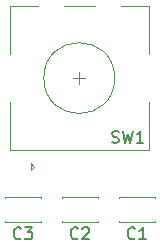
<source format=gbr>
G04 #@! TF.FileFunction,Legend,Top*
%FSLAX46Y46*%
G04 Gerber Fmt 4.6, Leading zero omitted, Abs format (unit mm)*
G04 Created by KiCad (PCBNEW 4.0.6) date Tue Nov  6 18:34:32 2018*
%MOMM*%
%LPD*%
G01*
G04 APERTURE LIST*
%ADD10C,0.100000*%
%ADD11C,0.120000*%
%ADD12C,0.150000*%
G04 APERTURE END LIST*
D10*
D11*
X156424000Y-104175800D02*
X156424000Y-103175800D01*
X155924000Y-103675800D02*
X156924000Y-103675800D01*
X159924000Y-97575800D02*
X162324000Y-97575800D01*
X155124000Y-97575800D02*
X157724000Y-97575800D01*
X150524000Y-97575800D02*
X152924000Y-97575800D01*
X152324000Y-110875800D02*
X152624000Y-111175800D01*
X152324000Y-111475800D02*
X152324000Y-110875800D01*
X152624000Y-111175800D02*
X152324000Y-111475800D01*
X150524000Y-109775800D02*
X162324000Y-109775800D01*
X150524000Y-105675800D02*
X150524000Y-109775800D01*
X162324000Y-105675800D02*
X162324000Y-109775800D01*
X162324000Y-97575800D02*
X162324000Y-101675800D01*
X150524000Y-101675800D02*
X150524000Y-97575800D01*
X159424000Y-103675800D02*
G75*
G03X159424000Y-103675800I-3000000J0D01*
G01*
X162870000Y-115868000D02*
X159750000Y-115868000D01*
X162870000Y-113748000D02*
X159750000Y-113748000D01*
X162870000Y-115868000D02*
X162870000Y-115804000D01*
X162870000Y-113812000D02*
X162870000Y-113748000D01*
X159750000Y-115868000D02*
X159750000Y-115804000D01*
X159750000Y-113812000D02*
X159750000Y-113748000D01*
X158044000Y-115868000D02*
X154924000Y-115868000D01*
X158044000Y-113748000D02*
X154924000Y-113748000D01*
X158044000Y-115868000D02*
X158044000Y-115804000D01*
X158044000Y-113812000D02*
X158044000Y-113748000D01*
X154924000Y-115868000D02*
X154924000Y-115804000D01*
X154924000Y-113812000D02*
X154924000Y-113748000D01*
X153218000Y-115868000D02*
X150098000Y-115868000D01*
X153218000Y-113748000D02*
X150098000Y-113748000D01*
X153218000Y-115868000D02*
X153218000Y-115804000D01*
X153218000Y-113812000D02*
X153218000Y-113748000D01*
X150098000Y-115868000D02*
X150098000Y-115804000D01*
X150098000Y-113812000D02*
X150098000Y-113748000D01*
D12*
X159194667Y-109116762D02*
X159337524Y-109164381D01*
X159575620Y-109164381D01*
X159670858Y-109116762D01*
X159718477Y-109069143D01*
X159766096Y-108973905D01*
X159766096Y-108878667D01*
X159718477Y-108783429D01*
X159670858Y-108735810D01*
X159575620Y-108688190D01*
X159385143Y-108640571D01*
X159289905Y-108592952D01*
X159242286Y-108545333D01*
X159194667Y-108450095D01*
X159194667Y-108354857D01*
X159242286Y-108259619D01*
X159289905Y-108212000D01*
X159385143Y-108164381D01*
X159623239Y-108164381D01*
X159766096Y-108212000D01*
X160099429Y-108164381D02*
X160337524Y-109164381D01*
X160528001Y-108450095D01*
X160718477Y-109164381D01*
X160956572Y-108164381D01*
X161861334Y-109164381D02*
X161289905Y-109164381D01*
X161575619Y-109164381D02*
X161575619Y-108164381D01*
X161480381Y-108307238D01*
X161385143Y-108402476D01*
X161289905Y-108450095D01*
X161143334Y-117225143D02*
X161095715Y-117272762D01*
X160952858Y-117320381D01*
X160857620Y-117320381D01*
X160714762Y-117272762D01*
X160619524Y-117177524D01*
X160571905Y-117082286D01*
X160524286Y-116891810D01*
X160524286Y-116748952D01*
X160571905Y-116558476D01*
X160619524Y-116463238D01*
X160714762Y-116368000D01*
X160857620Y-116320381D01*
X160952858Y-116320381D01*
X161095715Y-116368000D01*
X161143334Y-116415619D01*
X162095715Y-117320381D02*
X161524286Y-117320381D01*
X161810000Y-117320381D02*
X161810000Y-116320381D01*
X161714762Y-116463238D01*
X161619524Y-116558476D01*
X161524286Y-116606095D01*
X156317334Y-117225143D02*
X156269715Y-117272762D01*
X156126858Y-117320381D01*
X156031620Y-117320381D01*
X155888762Y-117272762D01*
X155793524Y-117177524D01*
X155745905Y-117082286D01*
X155698286Y-116891810D01*
X155698286Y-116748952D01*
X155745905Y-116558476D01*
X155793524Y-116463238D01*
X155888762Y-116368000D01*
X156031620Y-116320381D01*
X156126858Y-116320381D01*
X156269715Y-116368000D01*
X156317334Y-116415619D01*
X156698286Y-116415619D02*
X156745905Y-116368000D01*
X156841143Y-116320381D01*
X157079239Y-116320381D01*
X157174477Y-116368000D01*
X157222096Y-116415619D01*
X157269715Y-116510857D01*
X157269715Y-116606095D01*
X157222096Y-116748952D01*
X156650667Y-117320381D01*
X157269715Y-117320381D01*
X151491334Y-117225143D02*
X151443715Y-117272762D01*
X151300858Y-117320381D01*
X151205620Y-117320381D01*
X151062762Y-117272762D01*
X150967524Y-117177524D01*
X150919905Y-117082286D01*
X150872286Y-116891810D01*
X150872286Y-116748952D01*
X150919905Y-116558476D01*
X150967524Y-116463238D01*
X151062762Y-116368000D01*
X151205620Y-116320381D01*
X151300858Y-116320381D01*
X151443715Y-116368000D01*
X151491334Y-116415619D01*
X151824667Y-116320381D02*
X152443715Y-116320381D01*
X152110381Y-116701333D01*
X152253239Y-116701333D01*
X152348477Y-116748952D01*
X152396096Y-116796571D01*
X152443715Y-116891810D01*
X152443715Y-117129905D01*
X152396096Y-117225143D01*
X152348477Y-117272762D01*
X152253239Y-117320381D01*
X151967524Y-117320381D01*
X151872286Y-117272762D01*
X151824667Y-117225143D01*
M02*

</source>
